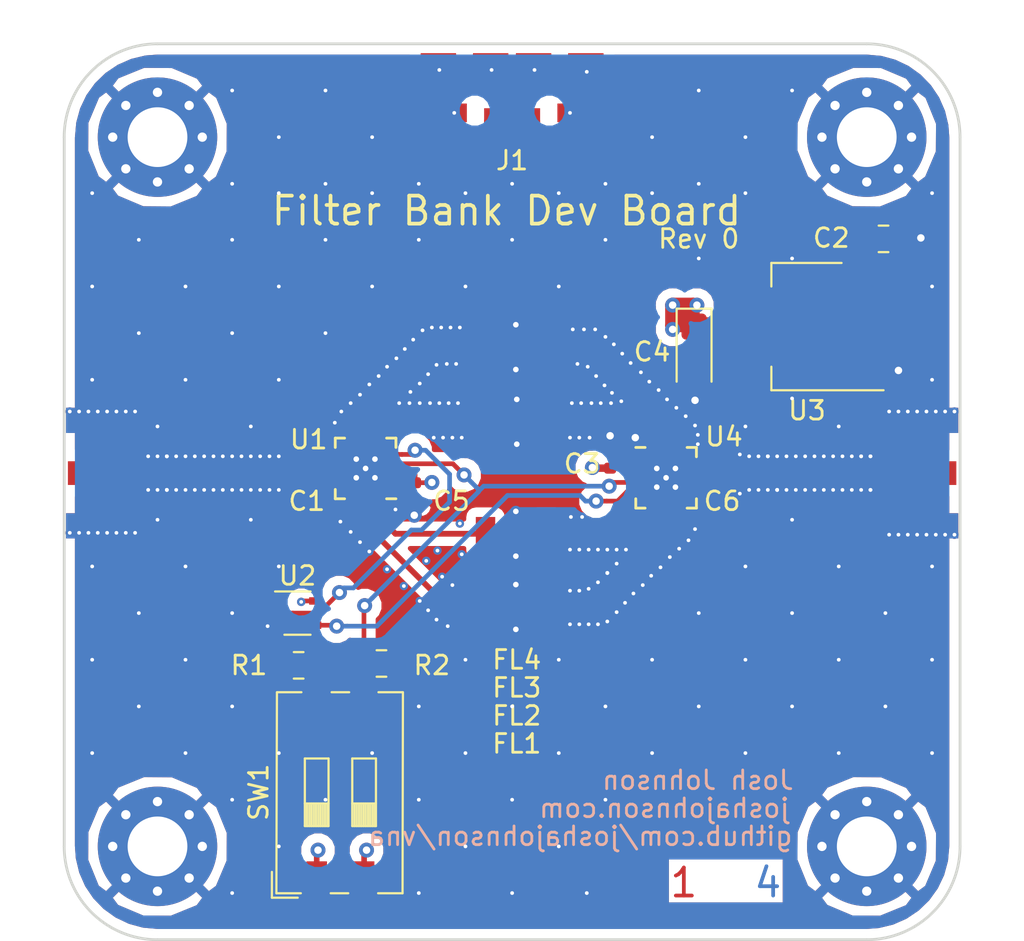
<source format=kicad_pcb>
(kicad_pcb (version 20171130) (host pcbnew "(5.0.2)-1")
  (title_block (title "Filter Bank Dev Board") (date 2019-01-05) (rev 0) (company "Josh Johnson"))
  (layers (0 F.Cu signal) (1 In1.Cu signal) (2 In2.Cu signal) (31 B.Cu signal) (34 B.Paste user) (35 F.Paste user) (36 B.SilkS user) (37 F.SilkS user) (38 B.Mask user) (39 F.Mask user) (44 Edge.Cuts user))
  (net 0 "")
  (net 1 "Net-(C1-Pad1)")
  (net 2 "Net-(C1-Pad2)")
  (net 3 +5V)
  (net 4 GND)
  (net 5 +3V3)
  (net 6 "Net-(C6-Pad2)")
  (net 7 "Net-(C6-Pad1)")
  (net 8 /SW_1_RF_1)
  (net 9 /SW_2_RF_1)
  (net 10 /SW_2_RF_2)
  (net 11 /SW_1_RF_2)
  (net 12 /SW_2_RF_3)
  (net 13 /SW_1_RF_3)
  (net 14 /SW_1_RF_4)
  (net 15 /SW_2_RF_4)
  (net 16 "Net-(J1-Pad3)")
  (net 17 "Net-(J1-Pad4)")
  (net 18 "Net-(J1-Pad2)")
  (net 19 /SW_1_CTRL_1)
  (net 20 /SW_1_CTRL_2)
  (net 21 "Net-(U1-Pad16)")
  (net 22 /SW_2_CTRL_1)
  (net 23 "Net-(U4-Pad16)")
  (module VNA_Footprints:QFN-16-1EP_3x3mm_P0.5mm_EP2.7x2.7mm_ThermalVias (layer F.Cu) (at 112.15 64.75 180)
    (fp_text reference U1 (at 3.05 1.55 180) (layer F.SilkS))
    (fp_text value PE42440)
    (pad 17 thru_hole circle (at -0.5 0.5 180) (size 0.6 0.6) (drill 0.3) (layers *.Cu) (net 4 GND))
    (pad 17 thru_hole circle (at 0.5 0.5 180) (size 0.6 0.6) (drill 0.3) (layers *.Cu) (net 4 GND))
    (pad 17 thru_hole circle (at 0.5 -0.5 180) (size 0.6 0.6) (drill 0.3) (layers *.Cu) (net 4 GND))
    (pad 17 thru_hole circle (at -0.5 -0.5 180) (size 0.6 0.6) (drill 0.3) (layers *.Cu) (net 4 GND))
    (pad 17 thru_hole circle (at 0 0 180) (size 0.6 0.6) (drill 0.3) (layers *.Cu) (net 4 GND))
    (pad 17 smd rect (at 0 0 180) (size 1.8 1.8) (layers F.Cu F.Mask) (net 4 GND))
    (pad 16 smd oval (at -0.75 -1.475 270) (size 0.75 0.3) (layers F.Cu F.Paste F.Mask) (net 21 "Net-(U1-Pad16)"))
    (pad 15 smd oval (at -0.25 -1.475 270) (size 0.75 0.3) (layers F.Cu F.Paste F.Mask) (net 11 /SW_1_RF_2))
    (pad 14 smd oval (at 0.25 -1.475 270) (size 0.75 0.3) (layers F.Cu F.Paste F.Mask) (net 4 GND))
    (pad 13 smd oval (at 0.75 -1.475 270) (size 0.75 0.3) (layers F.Cu F.Paste F.Mask) (net 8 /SW_1_RF_1))
    (pad 12 smd oval (at 1.475 -0.75 180) (size 0.75 0.3) (layers F.Cu F.Paste F.Mask) (net 4 GND))
    (pad 11 smd oval (at 1.475 -0.25 180) (size 0.75 0.3) (layers F.Cu F.Paste F.Mask) (net 1 "Net-(C1-Pad1)"))
    (pad 10 smd oval (at 1.475 0.25 180) (size 0.75 0.3) (layers F.Cu F.Paste F.Mask) (net 4 GND))
    (pad 9 smd oval (at 1.475 0.75 180) (size 0.75 0.3) (layers F.Cu F.Paste F.Mask) (net 4 GND))
    (pad 8 smd oval (at 0.75 1.475 270) (size 0.75 0.3) (layers F.Cu F.Paste F.Mask) (net 13 /SW_1_RF_3))
    (pad 7 smd oval (at 0.25 1.475 270) (size 0.75 0.3) (layers F.Cu F.Paste F.Mask) (net 4 GND))
    (pad 6 smd oval (at -0.25 1.475 270) (size 0.75 0.3) (layers F.Cu F.Paste F.Mask) (net 14 /SW_1_RF_4))
    (pad 5 smd oval (at -0.75 1.475 270) (size 0.75 0.3) (layers F.Cu F.Paste F.Mask) (net 4 GND))
    (pad 4 smd oval (at -1.475 0.75 180) (size 0.75 0.3) (layers F.Cu F.Paste F.Mask) (net 19 /SW_1_CTRL_1))
    (pad 3 smd oval (at -1.475 0.25 180) (size 0.75 0.3) (layers F.Cu F.Paste F.Mask) (net 20 /SW_1_CTRL_2))
    (pad 2 smd oval (at -1.475 -0.25 180) (size 0.75 0.3) (layers F.Cu F.Paste F.Mask) (net 5 +3V3))
    (pad 1 smd oval (at -1.475 -0.75 180) (size 0.75 0.3) (layers F.Cu F.Paste F.Mask) (net 4 GND))
  )
  (module VNA_Footprints:QFN-16-1EP_3x3mm_P0.5mm_EP2.7x2.7mm_ThermalVias (layer F.Cu) (at 128.25 65.25)
    (fp_text reference U4 (at 3.1 -2.2) (layer F.SilkS))
    (fp_text value PE42440)
    (pad 17 thru_hole circle (at -0.5 0.5) (size 0.6 0.6) (drill 0.3) (layers *.Cu) (net 4 GND))
    (pad 17 thru_hole circle (at 0.5 0.5) (size 0.6 0.6) (drill 0.3) (layers *.Cu) (net 4 GND))
    (pad 17 thru_hole circle (at 0.5 -0.5) (size 0.6 0.6) (drill 0.3) (layers *.Cu) (net 4 GND))
    (pad 17 thru_hole circle (at -0.5 -0.5) (size 0.6 0.6) (drill 0.3) (layers *.Cu) (net 4 GND))
    (pad 17 thru_hole circle (at 0 0) (size 0.6 0.6) (drill 0.3) (layers *.Cu) (net 4 GND))
    (pad 17 smd rect (at 0 0) (size 1.8 1.8) (layers F.Cu F.Mask) (net 4 GND))
    (pad 16 smd oval (at -0.75 -1.475 90) (size 0.75 0.3) (layers F.Cu F.Paste F.Mask) (net 23 "Net-(U4-Pad16)"))
    (pad 15 smd oval (at -0.25 -1.475 90) (size 0.75 0.3) (layers F.Cu F.Paste F.Mask) (net 10 /SW_2_RF_2))
    (pad 14 smd oval (at 0.25 -1.475 90) (size 0.75 0.3) (layers F.Cu F.Paste F.Mask) (net 4 GND))
    (pad 13 smd oval (at 0.75 -1.475 90) (size 0.75 0.3) (layers F.Cu F.Paste F.Mask) (net 9 /SW_2_RF_1))
    (pad 12 smd oval (at 1.475 -0.75) (size 0.75 0.3) (layers F.Cu F.Paste F.Mask) (net 4 GND))
    (pad 11 smd oval (at 1.475 -0.25) (size 0.75 0.3) (layers F.Cu F.Paste F.Mask) (net 6 "Net-(C6-Pad2)"))
    (pad 10 smd oval (at 1.475 0.25) (size 0.75 0.3) (layers F.Cu F.Paste F.Mask) (net 4 GND))
    (pad 9 smd oval (at 1.475 0.75) (size 0.75 0.3) (layers F.Cu F.Paste F.Mask) (net 4 GND))
    (pad 8 smd oval (at 0.75 1.475 90) (size 0.75 0.3) (layers F.Cu F.Paste F.Mask) (net 12 /SW_2_RF_3))
    (pad 7 smd oval (at 0.25 1.475 90) (size 0.75 0.3) (layers F.Cu F.Paste F.Mask) (net 4 GND))
    (pad 6 smd oval (at -0.25 1.475 90) (size 0.75 0.3) (layers F.Cu F.Paste F.Mask) (net 15 /SW_2_RF_4))
    (pad 5 smd oval (at -0.75 1.475 90) (size 0.75 0.3) (layers F.Cu F.Paste F.Mask) (net 4 GND))
    (pad 4 smd oval (at -1.475 0.75) (size 0.75 0.3) (layers F.Cu F.Paste F.Mask) (net 22 /SW_2_CTRL_1))
    (pad 3 smd oval (at -1.475 0.25) (size 0.75 0.3) (layers F.Cu F.Paste F.Mask) (net 20 /SW_1_CTRL_2))
    (pad 2 smd oval (at -1.475 -0.25) (size 0.75 0.3) (layers F.Cu F.Paste F.Mask) (net 5 +3V3))
    (pad 1 smd oval (at -1.475 -0.75) (size 0.75 0.3) (layers F.Cu F.Paste F.Mask) (net 4 GND))
  )
  (module VNA_Footprints:SW_DIP_SPSTx02_Slide_KAE02LGGR (layer F.Cu) (at 110.8 82.1)
    (fp_text reference SW1 (at -4.38 0 90) (layer F.SilkS))
    (fp_text value KAE02LGGR)
    (pad 4 smd rect (at -1.27 -4.45) (size 1.1 1.5) (layers F.Cu F.Mask) (net 19 /SW_1_CTRL_1))
    (pad 3 smd rect (at 1.27 -4.45) (size 1.1 1.5) (layers F.Cu F.Mask) (net 20 /SW_1_CTRL_2))
    (pad 2 smd rect (at 1.27 4.45) (size 1.1 1.5) (layers F.Cu F.Mask) (net 5 +3V3))
    (pad 1 smd rect (at -1.27 4.45) (size 1.1 1.5) (layers F.Cu F.Mask) (net 5 +3V3))
  )
  (module VNA_Footprints:FV1206 (layer F.Cu) (at 120.2 72.1725)
    (fp_text reference FL1 (at 0.05 7.3275) (layer F.SilkS))
    (fp_text value Filter_LFCN-105+)
    (pad 3 smd rect (at 1.625 0) (size 1.04 1.8) (layers F.Cu F.Paste F.Mask) (net 12 /SW_2_RF_3))
    (pad 1 smd rect (at -1.625 0) (size 1.04 1.8) (layers F.Cu F.Paste F.Mask) (net 8 /SW_1_RF_1))
    (pad 2 smd rect (at 0 -0.9225) (size 0.61 1.245) (layers F.Cu F.Paste F.Mask) (net 4 GND))
    (pad 4 smd rect (at 0 0.9225) (size 0.61 1.245) (layers F.Cu F.Paste F.Mask) (net 4 GND))
    (pad 4 thru_hole circle (at 0 1.2) (size 0.6 0.6) (drill 0.3) (layers *.Cu *.Mask) (net 4 GND))
    (pad 2 thru_hole circle (at 0 -1.2) (size 0.6 0.6) (drill 0.3) (layers *.Cu *.Mask) (net 4 GND))
  )
  (module VNA_Footprints:FV1206 (layer F.Cu) (at 120.2 68.25)
    (fp_text reference FL2 (at 0.05 9.75) (layer F.SilkS))
    (fp_text value Filter_LFCN-190+)
    (pad 3 smd rect (at 1.625 0) (size 1.04 1.8) (layers F.Cu F.Paste F.Mask) (net 15 /SW_2_RF_4))
    (pad 1 smd rect (at -1.625 0) (size 1.04 1.8) (layers F.Cu F.Paste F.Mask) (net 11 /SW_1_RF_2))
    (pad 2 smd rect (at 0 -0.9225) (size 0.61 1.245) (layers F.Cu F.Paste F.Mask) (net 4 GND))
    (pad 4 smd rect (at 0 0.9225) (size 0.61 1.245) (layers F.Cu F.Paste F.Mask) (net 4 GND))
    (pad 4 thru_hole circle (at 0 1.2) (size 0.6 0.6) (drill 0.3) (layers *.Cu *.Mask) (net 4 GND))
    (pad 2 thru_hole circle (at 0 -1.2) (size 0.6 0.6) (drill 0.3) (layers *.Cu *.Mask) (net 4 GND))
  )
  (module VNA_Footprints:FV1206 (layer F.Cu) (at 120.25 62.25)
    (fp_text reference FL3 (at 0 14.25) (layer F.SilkS))
    (fp_text value Filter_LFCN-1000+)
    (pad 3 smd rect (at 1.625 0) (size 1.04 1.8) (layers F.Cu F.Paste F.Mask) (net 10 /SW_2_RF_2))
    (pad 1 smd rect (at -1.625 0) (size 1.04 1.8) (layers F.Cu F.Paste F.Mask) (net 14 /SW_1_RF_4))
    (pad 2 smd rect (at 0 -0.9225) (size 0.61 1.245) (layers F.Cu F.Paste F.Mask) (net 4 GND))
    (pad 4 smd rect (at 0 0.9225) (size 0.61 1.245) (layers F.Cu F.Paste F.Mask) (net 4 GND))
    (pad 4 thru_hole circle (at 0 1.2) (size 0.6 0.6) (drill 0.3) (layers *.Cu *.Mask) (net 4 GND))
    (pad 2 thru_hole circle (at 0 -1.2) (size 0.6 0.6) (drill 0.3) (layers *.Cu *.Mask) (net 4 GND))
  )
  (module VNA_Footprints:FV1206 (layer F.Cu) (at 120.2 58.25)
    (fp_text reference FL4 (at 0.05 16.75) (layer F.SilkS))
    (fp_text value Filter_LFCN-400D+)
    (pad 3 smd rect (at 1.625 0) (size 1.04 1.8) (layers F.Cu F.Paste F.Mask) (net 9 /SW_2_RF_1))
    (pad 1 smd rect (at -1.625 0) (size 1.04 1.8) (layers F.Cu F.Paste F.Mask) (net 13 /SW_1_RF_3))
    (pad 2 smd rect (at 0 -0.9225) (size 0.61 1.245) (layers F.Cu F.Paste F.Mask) (net 4 GND))
    (pad 4 smd rect (at 0 0.9225) (size 0.61 1.245) (layers F.Cu F.Paste F.Mask) (net 4 GND))
    (pad 4 thru_hole circle (at 0 1.2) (size 0.6 0.6) (drill 0.3) (layers *.Cu *.Mask) (net 4 GND))
    (pad 2 thru_hole circle (at 0 -1.2) (size 0.6 0.6) (drill 0.3) (layers *.Cu *.Mask) (net 4 GND))
  )
  (module Capacitor_SMD:C_0805_2012Metric (layer F.Cu) (at 139.9 52.45)
    (fp_text reference C2 (at -2.8 -0.05) (layer F.SilkS))
    (fp_text value 10u)
    (pad 1 smd roundrect (at -0.9375 0) (size 0.975 1.4) (layers F.Cu F.Paste F.Mask) (net 3 +5V))
    (pad 2 smd roundrect (at 0.9375 0) (size 0.975 1.4) (layers F.Cu F.Paste F.Mask) (net 4 GND))
  )
  (module Capacitor_SMD:C_0402_1005Metric (layer F.Cu) (at 125.25 64.25 270)
    (fp_text reference C3 (at 0.25 1.5 180) (layer F.SilkS))
    (fp_text value 10n)
    (pad 1 smd roundrect (at -0.485 0 270) (size 0.59 0.64) (layers F.Cu F.Paste F.Mask) (net 4 GND))
    (pad 2 smd roundrect (at 0.485 0 270) (size 0.59 0.64) (layers F.Cu F.Paste F.Mask) (net 5 +3V3))
  )
  (module Capacitor_Tantalum_SMD:CP_EIA-3216-18_Kemet-A (layer F.Cu) (at 129.75 58.5 270)
    (fp_text reference C4 (at 0 2.25) (layer F.SilkS))
    (fp_text value 22u)
    (pad 1 smd roundrect (at -1.35 0 270) (size 1.4 1.35) (layers F.Cu F.Paste F.Mask) (roundrect_rratio 0.185) (net 5 +3V3))
    (pad 2 smd roundrect (at 1.35 0 270) (size 1.4 1.35) (layers F.Cu F.Paste F.Mask) (roundrect_rratio 0.185185) (net 4 GND))
  )
  (module Capacitor_SMD:C_0402_1005Metric (layer F.Cu) (at 114.8 66 90)
    (fp_text reference C5 (at -0.5 1.95 180) (layer F.SilkS))
    (fp_text value 10n)
    (pad 2 smd roundrect (at 0.485 0 90) (size 0.59 0.64) (layers F.Cu F.Paste F.Mask) (net 5 +3V3))
    (pad 1 smd roundrect (at -0.485 0 90) (size 0.59 0.64) (layers F.Cu F.Paste F.Mask) (net 4 GND))
  )
  (module MountingHole:MountingHole_3.2mm_M3_Pad_Via (layer F.Cu) (at 101 85)
    (fp_text reference H1)
    (fp_text value MountingHole_Pad)
    (pad 1 thru_hole circle (at 0 0) (size 6.4 6.4) (drill 3.2) (layers *.Cu *.Mask) (net 4 GND))
    (pad 1 thru_hole circle (at 2.4 0) (size 0.8 0.8) (drill 0.5) (layers *.Cu *.Mask) (net 4 GND))
    (pad 1 thru_hole circle (at 1.697056 1.697056) (size 0.8 0.8) (drill 0.5) (layers *.Cu *.Mask) (net 4 GND))
    (pad 1 thru_hole circle (at 0 2.4) (size 0.8 0.8) (drill 0.5) (layers *.Cu *.Mask) (net 4 GND))
    (pad 1 thru_hole circle (at -1.697056 1.697056) (size 0.8 0.8) (drill 0.5) (layers *.Cu *.Mask) (net 4 GND))
    (pad 1 thru_hole circle (at -2.4 0) (size 0.8 0.8) (drill 0.5) (layers *.Cu *.Mask) (net 4 GND))
    (pad 1 thru_hole circle (at -1.697056 -1.697056) (size 0.8 0.8) (drill 0.5) (layers *.Cu *.Mask) (net 4 GND))
    (pad 1 thru_hole circle (at 0 -2.4) (size 0.8 0.8) (drill 0.5) (layers *.Cu *.Mask) (net 4 GND))
    (pad 1 thru_hole circle (at 1.697056 -1.697056) (size 0.8 0.8) (drill 0.5) (layers *.Cu *.Mask) (net 4 GND))
  )
  (module MountingHole:MountingHole_3.2mm_M3_Pad_Via (layer F.Cu) (at 139 47)
    (fp_text reference H2)
    (fp_text value MountingHole_Pad)
    (pad 1 thru_hole circle (at 1.697056 -1.697056) (size 0.8 0.8) (drill 0.5) (layers *.Cu *.Mask) (net 4 GND))
    (pad 1 thru_hole circle (at 0 -2.4) (size 0.8 0.8) (drill 0.5) (layers *.Cu *.Mask) (net 4 GND))
    (pad 1 thru_hole circle (at -1.697056 -1.697056) (size 0.8 0.8) (drill 0.5) (layers *.Cu *.Mask) (net 4 GND))
    (pad 1 thru_hole circle (at -2.4 0) (size 0.8 0.8) (drill 0.5) (layers *.Cu *.Mask) (net 4 GND))
    (pad 1 thru_hole circle (at -1.697056 1.697056) (size 0.8 0.8) (drill 0.5) (layers *.Cu *.Mask) (net 4 GND))
    (pad 1 thru_hole circle (at 0 2.4) (size 0.8 0.8) (drill 0.5) (layers *.Cu *.Mask) (net 4 GND))
    (pad 1 thru_hole circle (at 1.697056 1.697056) (size 0.8 0.8) (drill 0.5) (layers *.Cu *.Mask) (net 4 GND))
    (pad 1 thru_hole circle (at 2.4 0) (size 0.8 0.8) (drill 0.5) (layers *.Cu *.Mask) (net 4 GND))
    (pad 1 thru_hole circle (at 0 0) (size 6.4 6.4) (drill 3.2) (layers *.Cu *.Mask) (net 4 GND))
  )
  (module MountingHole:MountingHole_3.2mm_M3_Pad_Via (layer F.Cu) (at 101 47)
    (fp_text reference H3)
    (fp_text value MountingHole_Pad)
    (pad 1 thru_hole circle (at 0 0) (size 6.4 6.4) (drill 3.2) (layers *.Cu *.Mask) (net 4 GND))
    (pad 1 thru_hole circle (at 2.4 0) (size 0.8 0.8) (drill 0.5) (layers *.Cu *.Mask) (net 4 GND))
    (pad 1 thru_hole circle (at 1.697056 1.697056) (size 0.8 0.8) (drill 0.5) (layers *.Cu *.Mask) (net 4 GND))
    (pad 1 thru_hole circle (at 0 2.4) (size 0.8 0.8) (drill 0.5) (layers *.Cu *.Mask) (net 4 GND))
    (pad 1 thru_hole circle (at -1.697056 1.697056) (size 0.8 0.8) (drill 0.5) (layers *.Cu *.Mask) (net 4 GND))
    (pad 1 thru_hole circle (at -2.4 0) (size 0.8 0.8) (drill 0.5) (layers *.Cu *.Mask) (net 4 GND))
    (pad 1 thru_hole circle (at -1.697056 -1.697056) (size 0.8 0.8) (drill 0.5) (layers *.Cu *.Mask) (net 4 GND))
    (pad 1 thru_hole circle (at 0 -2.4) (size 0.8 0.8) (drill 0.5) (layers *.Cu *.Mask) (net 4 GND))
    (pad 1 thru_hole circle (at 1.697056 -1.697056) (size 0.8 0.8) (drill 0.5) (layers *.Cu *.Mask) (net 4 GND))
  )
  (module MountingHole:MountingHole_3.2mm_M3_Pad_Via (layer F.Cu) (at 139 85)
    (fp_text reference H4)
    (fp_text value MountingHole_Pad)
    (pad 1 thru_hole circle (at 1.697056 -1.697056) (size 0.8 0.8) (drill 0.5) (layers *.Cu *.Mask) (net 4 GND))
    (pad 1 thru_hole circle (at 0 -2.4) (size 0.8 0.8) (drill 0.5) (layers *.Cu *.Mask) (net 4 GND))
    (pad 1 thru_hole circle (at -1.697056 -1.697056) (size 0.8 0.8) (drill 0.5) (layers *.Cu *.Mask) (net 4 GND))
    (pad 1 thru_hole circle (at -2.4 0) (size 0.8 0.8) (drill 0.5) (layers *.Cu *.Mask) (net 4 GND))
    (pad 1 thru_hole circle (at -1.697056 1.697056) (size 0.8 0.8) (drill 0.5) (layers *.Cu *.Mask) (net 4 GND))
    (pad 1 thru_hole circle (at 0 2.4) (size 0.8 0.8) (drill 0.5) (layers *.Cu *.Mask) (net 4 GND))
    (pad 1 thru_hole circle (at 1.697056 1.697056) (size 0.8 0.8) (drill 0.5) (layers *.Cu *.Mask) (net 4 GND))
    (pad 1 thru_hole circle (at 2.4 0) (size 0.8 0.8) (drill 0.5) (layers *.Cu *.Mask) (net 4 GND))
    (pad 1 thru_hole circle (at 0 0) (size 6.4 6.4) (drill 3.2) (layers *.Cu *.Mask) (net 4 GND))
  )
  (module VNA_Footprints:MicroUSB_Aliexpress (layer F.Cu) (at 120 42 180)
    (fp_text reference J1 (at 0 -6.25 180) (layer F.SilkS))
    (fp_text value USB_B_Micro)
    (pad 6 smd rect (at 1.15 -1.45 180) (size 1.9 1.9) (layers F.Cu F.Paste F.Mask) (net 4 GND))
    (pad 6 smd rect (at -1.15 -1.45 180) (size 1.9 1.9) (layers F.Cu F.Paste F.Mask) (net 4 GND))
    (pad 6 smd rect (at -3.95 -1.45 180) (size 1.9 1.9) (layers F.Cu F.Paste F.Mask) (net 4 GND))
    (pad 6 smd rect (at 3.95 -1.45 180) (size 1.9 1.9) (layers F.Cu F.Paste F.Mask) (net 4 GND))
    (pad 6 smd rect (at 3.1 -3.7 180) (size 1.35 1) (layers F.Cu F.Paste F.Mask) (net 4 GND))
    (pad 6 smd rect (at -3.1 -3.7 180) (size 1.35 1) (layers F.Cu F.Paste F.Mask) (net 4 GND))
    (pad 3 smd rect (at 0 -4.125 180) (size 0.4 1.35) (layers F.Cu F.Paste F.Mask) (net 16 "Net-(J1-Pad3)"))
    (pad "" np_thru_hole circle (at -2 -3.58 180) (size 0.6 0.6) (drill 0.6) (layers *.Cu *.Mask))
    (pad "" np_thru_hole circle (at 2 -3.58 180) (size 0.6 0.6) (drill 0.6) (layers *.Cu *.Mask))
    (pad 5 smd rect (at 1.3 -4.125 180) (size 0.4 1.35) (layers F.Cu F.Paste F.Mask) (net 4 GND))
    (pad 4 smd rect (at 0.65 -4.125 180) (size 0.4 1.35) (layers F.Cu F.Paste F.Mask) (net 17 "Net-(J1-Pad4)"))
    (pad 1 smd rect (at -1.3 -4.125 180) (size 0.4 1.35) (layers F.Cu F.Paste F.Mask) (net 3 +5V))
    (pad 2 smd rect (at -0.65 -4.125 180) (size 0.4 1.35) (layers F.Cu F.Paste F.Mask) (net 18 "Net-(J1-Pad2)"))
  )
  (module VNA_Footprints:SMA_EDGE_MOUNT (layer F.Cu) (at 98.2 65 180)
    (fp_text reference J2)
    (fp_text value "RF IN")
    (pad 2 smd rect (at 0 2.825 270) (size 1.35 4.2) (layers B.Cu B.Mask) (net 4 GND))
    (pad 2 smd rect (at 0 -2.825 270) (size 1.35 4.2) (layers B.Cu B.Mask) (net 4 GND))
    (pad 2 smd rect (at 0 2.825 270) (size 1.35 4.2) (layers F.Cu F.Mask) (net 4 GND))
    (pad 2 smd rect (at 0 -2.825 270) (size 1.35 4.2) (layers F.Cu F.Mask) (net 4 GND))
    (pad 1 smd rect (at 0.2 0 270) (size 1.27 3.6) (layers F.Cu F.Mask) (net 2 "Net-(C1-Pad2)"))
  )
  (module VNA_Footprints:SMA_EDGE_MOUNT (layer F.Cu) (at 141.8 65)
    (fp_text reference J3)
    (fp_text value "RF OUT")
    (pad 1 smd rect (at 0.2 0 90) (size 1.27 3.6) (layers F.Cu F.Mask) (net 7 "Net-(C6-Pad1)"))
    (pad 2 smd rect (at 0 -2.825 90) (size 1.35 4.2) (layers F.Cu F.Mask) (net 4 GND))
    (pad 2 smd rect (at 0 2.825 90) (size 1.35 4.2) (layers F.Cu F.Mask) (net 4 GND))
    (pad 2 smd rect (at 0 -2.825 90) (size 1.35 4.2) (layers B.Cu B.Mask) (net 4 GND))
    (pad 2 smd rect (at 0 2.825 90) (size 1.35 4.2) (layers B.Cu B.Mask) (net 4 GND))
  )
  (module Resistor_SMD:R_0805_2012Metric (layer F.Cu) (at 108.5625 75.3 180)
    (fp_text reference R1 (at 2.6625 0 180) (layer F.SilkS))
    (fp_text value 10k)
    (pad 1 smd roundrect (at -0.9375 0 180) (size 0.975 1.4) (layers F.Cu F.Paste F.Mask) (net 19 /SW_1_CTRL_1))
    (pad 2 smd roundrect (at 0.9375 0 180) (size 0.975 1.4) (layers F.Cu F.Paste F.Mask) (net 4 GND))
  )
  (module Resistor_SMD:R_0805_2012Metric (layer F.Cu) (at 113 75.2)
    (fp_text reference R2 (at 2.7 0.1) (layer F.SilkS))
    (fp_text value 10k)
    (pad 2 smd roundrect (at 0.9375 0) (size 0.975 1.4) (layers F.Cu F.Paste F.Mask) (net 4 GND))
    (pad 1 smd roundrect (at -0.9375 0) (size 0.975 1.4) (layers F.Cu F.Paste F.Mask) (net 20 /SW_1_CTRL_2))
  )
  (module Package_TO_SOT_SMD:SOT-353_SC-70-5 (layer F.Cu) (at 108.5 72.5)
    (fp_text reference U2 (at 0 -2) (layer F.SilkS))
    (fp_text value 74AHC1G04)
    (pad 1 smd rect (at -0.95 -0.65) (size 0.65 0.4) (layers F.Cu F.Paste F.Mask))
    (pad 3 smd rect (at -0.95 0.65) (size 0.65 0.4) (layers F.Cu F.Paste F.Mask) (net 4 GND))
    (pad 2 smd rect (at -0.95 0) (size 0.65 0.4) (layers F.Cu F.Paste F.Mask) (net 19 /SW_1_CTRL_1))
    (pad 4 smd rect (at 0.95 0.65) (size 0.65 0.4) (layers F.Cu F.Paste F.Mask) (net 22 /SW_2_CTRL_1))
    (pad 5 smd rect (at 0.95 -0.65) (size 0.65 0.4) (layers F.Cu F.Paste F.Mask) (net 5 +3V3))
  )
  (module Package_TO_SOT_SMD:SOT-223-3_TabPin2 (layer F.Cu) (at 135.8 57.15 180)
    (fp_text reference U3 (at 0 -4.5 180) (layer F.SilkS))
    (fp_text value AMS1117-3.3)
    (pad 2 smd rect (at 3.15 0 180) (size 2 3.8) (layers F.Cu F.Paste F.Mask) (net 5 +3V3))
    (pad 2 smd rect (at -3.15 0 180) (size 2 1.5) (layers F.Cu F.Paste F.Mask) (net 5 +3V3))
    (pad 3 smd rect (at -3.15 2.3 180) (size 2 1.5) (layers F.Cu F.Paste F.Mask) (net 3 +5V))
    (pad 1 smd rect (at -3.15 -2.3 180) (size 2 1.5) (layers F.Cu F.Paste F.Mask) (net 4 GND))
  )
  (module Capacitor_SMD:C_0402_1005Metric (layer F.Cu) (at 108.95 65 180)
    (fp_text reference C1 (at -0.05 -1.5 180) (layer F.SilkS))
    (fp_text value 1n)
    (pad 2 smd roundrect (at 0.485 0 180) (size 0.59 0.64) (layers F.Cu F.Paste F.Mask) (net 2 "Net-(C1-Pad2)"))
    (pad 1 smd roundrect (at -0.485 0 180) (size 0.59 0.64) (layers F.Cu F.Paste F.Mask) (net 1 "Net-(C1-Pad1)"))
  )
  (module Capacitor_SMD:C_0402_1005Metric (layer F.Cu) (at 131.45 65 180)
    (fp_text reference C6 (at 0.2 -1.5 180) (layer F.SilkS))
    (fp_text value 1n)
    (pad 1 smd roundrect (at -0.485 0 180) (size 0.59 0.64) (layers F.Cu F.Paste F.Mask) (net 7 "Net-(C6-Pad1)"))
    (pad 2 smd roundrect (at 0.485 0 180) (size 0.59 0.64) (layers F.Cu F.Paste F.Mask) (net 6 "Net-(C6-Pad2)"))
  )
  (module VNA_Footprints:BoardTitle (layer F.Cu) (at 118.7 47.7)
    (fp_text reference REF**)
    (fp_text value "Board Title")
    (fp_text user "Rev 0" (at 11.3 4.75) (layer F.SilkS))
    (fp_text user "Filter Bank Dev Board" (at 1 3.25) (layer F.SilkS) (effects (font (size 1.5 1.5) (thickness 0.2))))
  )
  (module VNA_Footprints:4LayerCheck (layer F.Cu) (at 131.7 86.95)
    (fp_text reference REF**)
    (fp_text value 4LayerCheck)
    (fp_text user 4 (at 2 0) (layer B.Cu) (effects (font (size 1.5 1.5) (thickness 0.2))))
    (fp_text user 1 (at -2.5 0) (layer F.Cu) (effects (font (size 1.5 1.5) (thickness 0.2))))
  )
  (module VNA_Footprints:JoshDetails (layer B.Cu) (at 130.15 82.45 180)
    (fp_text reference REF**)
    (fp_text value "Josh Details")
    (fp_text user github.com/joshajohnson/vna (at 6.5 -2 180) (layer B.SilkS) (effects (justify mirror)))
    (fp_text user joshajohnson.com (at 2 -0.5 180) (layer B.SilkS) (effects (justify mirror)))
    (fp_text user "Josh Johnson" (at 0.2 1) (layer B.SilkS) (effects (justify mirror)))
  )
  (module VNA_Footprints:OSHW_Logo_3.6x3.6_F.Mask (layer F.Cu) (at 126.25 86.85)
    (fp_text reference G*** hide)
    (fp_text value LOGO hide)
  )
  (gr_line (start 139 90) (end 101 90) (layer Edge.Cuts) (width 0.15))
  (gr_arc (start 139 85) (end 139 90) (angle -90) (layer Edge.Cuts) (width 0.15))
  (gr_arc (start 101 85) (end 96 85) (angle -90) (layer Edge.Cuts) (width 0.15))
  (gr_arc (start 101 47) (end 101 42) (angle -90) (layer Edge.Cuts) (width 0.15))
  (gr_arc (start 139 47) (end 144 47) (angle -90) (layer Edge.Cuts) (width 0.15))
  (gr_line (start 144 47) (end 144 85) (layer Edge.Cuts) (width 0.15))
  (gr_line (start 96 85) (end 96 47) (layer Edge.Cuts) (width 0.15))
  (gr_line (start 101 42) (end 139 42) (layer Edge.Cuts) (width 0.15))
  (segment (start 110.675 65) (end 110.05 65) (width 0.25) (layer F.Cu) (net 1))
  (segment (start 109.435 65) (end 110.05 65) (width 0.31) (layer F.Cu) (net 1))
  (segment (start 106.310402 65) (end 108.465 65) (width 0.31) (layer F.Cu) (net 2))
  (segment (start 98 65) (end 106.310402 65) (width 0.31) (layer F.Cu) (net 2))
  (segment (start 139.05 54.75) (end 138.95 54.85) (width 0.8) (layer F.Cu) (net 3))
  (segment (start 138.95 52.4375) (end 139.0375 52.35) (width 0.8) (layer F.Cu) (net 3))
  (segment (start 138.95 54.85) (end 138.95 52.4375) (width 0.8) (layer F.Cu) (net 3))
  (segment (start 121.3 46.125) (end 121.3 47.1) (width 0.4) (layer F.Cu) (net 3))
  (segment (start 122.2 48.4) (end 122.4 48.6) (width 0.5) (layer F.Cu) (net 3))
  (segment (start 121.3 47.1) (end 121.3 47.5) (width 0.5) (layer F.Cu) (net 3))
  (segment (start 121.3 47.5) (end 122.2 48.4) (width 0.5) (layer F.Cu) (net 3))
  (segment (start 137 52.45) (end 138.9625 52.45) (width 0.5) (layer F.Cu) (net 3))
  (segment (start 136.15 52.45) (end 137 52.45) (width 0.5) (layer F.Cu) (net 3))
  (segment (start 132.5 48.8) (end 136.15 52.45) (width 0.5) (layer F.Cu) (net 3))
  (segment (start 122.6 48.8) (end 132.5 48.8) (width 0.5) (layer F.Cu) (net 3))
  (segment (start 122.2 48.4) (end 122.6 48.8) (width 0.5) (layer F.Cu) (net 3))
  (via (at 123.1 45.7) (size 0.45) (drill 0.2) (layers F.Cu B.Cu) (net 4))
  (via (at 116.9 45.7) (size 0.45) (drill 0.2) (layers F.Cu B.Cu) (net 4))
  (via (at 116.1 43.4) (size 0.45) (drill 0.2) (layers F.Cu B.Cu) (net 4))
  (via (at 118.9 43.4) (size 0.45) (drill 0.2) (layers F.Cu B.Cu) (net 4))
  (via (at 121.2 43.4) (size 0.45) (drill 0.2) (layers F.Cu B.Cu) (net 4))
  (via (at 124 43.5) (size 0.45) (drill 0.2) (layers F.Cu B.Cu) (net 4))
  (via (at 99.8 61.7) (size 0.45) (drill 0.2) (layers F.Cu B.Cu) (net 4))
  (via (at 99.3 61.7) (size 0.45) (drill 0.2) (layers F.Cu B.Cu) (net 4))
  (via (at 98.8 61.7) (size 0.45) (drill 0.2) (layers F.Cu B.Cu) (net 4))
  (via (at 98.3 61.7) (size 0.45) (drill 0.2) (layers F.Cu B.Cu) (net 4))
  (via (at 97.8 61.7) (size 0.45) (drill 0.2) (layers F.Cu B.Cu) (net 4))
  (via (at 97.3 61.7) (size 0.45) (drill 0.2) (layers F.Cu B.Cu) (net 4))
  (via (at 96.8 61.7) (size 0.45) (drill 0.2) (layers F.Cu B.Cu) (net 4))
  (via (at 96.3 61.7) (size 0.45) (drill 0.2) (layers F.Cu B.Cu) (net 4))
  (segment (start 128.5 65) (end 128.25 65.25) (width 0.2) (layer F.Cu) (net 4))
  (segment (start 128.5 63.775) (end 128.5 65) (width 0.2) (layer F.Cu) (net 4))
  (segment (start 127.5 64.5) (end 128.25 65.25) (width 0.2) (layer F.Cu) (net 4))
  (segment (start 126.775 64.5) (end 127.5 64.5) (width 0.2) (layer F.Cu) (net 4))
  (segment (start 127.5 66) (end 127.75 65.75) (width 0.2) (layer F.Cu) (net 4))
  (segment (start 127.5 66.725) (end 127.5 66) (width 0.2) (layer F.Cu) (net 4))
  (segment (start 128.5 66.725) (end 128.5 65.5) (width 0.2) (layer F.Cu) (net 4))
  (segment (start 129 66) (end 128.25 65.25) (width 0.2) (layer F.Cu) (net 4))
  (segment (start 129.725 66) (end 129 66) (width 0.2) (layer F.Cu) (net 4))
  (segment (start 128.5 65.5) (end 128.25 65.25) (width 0.2) (layer F.Cu) (net 4))
  (segment (start 129.725 65.5) (end 128.5 65.5) (width 0.2) (layer F.Cu) (net 4))
  (segment (start 129 64.5) (end 128.25 65.25) (width 0.2) (layer F.Cu) (net 4))
  (segment (start 129.725 64.5) (end 129 64.5) (width 0.2) (layer F.Cu) (net 4))
  (via (at 129.8 61.1) (size 0.8) (drill 0.4) (layers F.Cu B.Cu) (net 4))
  (segment (start 129.75 59.85) (end 129.75 61.05) (width 0.4) (layer F.Cu) (net 4))
  (segment (start 129.75 61.05) (end 129.8 61.1) (width 0.4) (layer F.Cu) (net 4))
  (via (at 106.9 73.2) (size 0.45) (drill 0.2) (layers F.Cu B.Cu) (net 4))
  (segment (start 107.55 73.15) (end 106.95 73.15) (width 0.25) (layer F.Cu) (net 4))
  (segment (start 106.95 73.15) (end 106.9 73.2) (width 0.25) (layer F.Cu) (net 4))
  (via (at 140.2 61.7) (size 0.45) (drill 0.2) (layers F.Cu B.Cu) (net 4))
  (via (at 140.7 61.7) (size 0.45) (drill 0.2) (layers F.Cu B.Cu) (net 4))
  (via (at 143.7 61.7) (size 0.45) (drill 0.2) (layers F.Cu B.Cu) (net 4))
  (via (at 141.7 61.7) (size 0.45) (drill 0.2) (layers F.Cu B.Cu) (net 4))
  (via (at 142.2 61.7) (size 0.45) (drill 0.2) (layers F.Cu B.Cu) (net 4))
  (via (at 143.2 61.7) (size 0.45) (drill 0.2) (layers F.Cu B.Cu) (net 4))
  (via (at 142.7 61.7) (size 0.45) (drill 0.2) (layers F.Cu B.Cu) (net 4))
  (via (at 141.2 61.7) (size 0.45) (drill 0.2) (layers F.Cu B.Cu) (net 4))
  (via (at 98.3 68.2) (size 0.45) (drill 0.2) (layers F.Cu B.Cu) (net 4))
  (via (at 99.8 68.2) (size 0.45) (drill 0.2) (layers F.Cu B.Cu) (net 4))
  (via (at 96.8 68.2) (size 0.45) (drill 0.2) (layers F.Cu B.Cu) (net 4))
  (via (at 97.3 68.2) (size 0.45) (drill 0.2) (layers F.Cu B.Cu) (net 4))
  (via (at 99.3 68.2) (size 0.45) (drill 0.2) (layers F.Cu B.Cu) (net 4))
  (via (at 98.8 68.2) (size 0.45) (drill 0.2) (layers F.Cu B.Cu) (net 4))
  (via (at 96.3 68.2) (size 0.45) (drill 0.2) (layers F.Cu B.Cu) (net 4))
  (via (at 97.8 68.2) (size 0.45) (drill 0.2) (layers F.Cu B.Cu) (net 4))
  (via (at 142.2 68.3) (size 0.45) (drill 0.2) (layers F.Cu B.Cu) (net 4))
  (via (at 143.7 68.3) (size 0.45) (drill 0.2) (layers F.Cu B.Cu) (net 4))
  (via (at 140.7 68.3) (size 0.45) (drill 0.2) (layers F.Cu B.Cu) (net 4))
  (via (at 141.2 68.3) (size 0.45) (drill 0.2) (layers F.Cu B.Cu) (net 4))
  (via (at 143.2 68.3) (size 0.45) (drill 0.2) (layers F.Cu B.Cu) (net 4))
  (via (at 142.7 68.3) (size 0.45) (drill 0.2) (layers F.Cu B.Cu) (net 4))
  (via (at 140.2 68.3) (size 0.45) (drill 0.2) (layers F.Cu B.Cu) (net 4))
  (via (at 141.7 68.3) (size 0.45) (drill 0.2) (layers F.Cu B.Cu) (net 4))
  (via (at 140.7 59.5) (size 0.8) (drill 0.4) (layers F.Cu B.Cu) (net 4))
  (segment (start 138.95 59.45) (end 140.65 59.45) (width 0.8) (layer F.Cu) (net 4))
  (segment (start 140.65 59.45) (end 140.7 59.5) (width 0.8) (layer F.Cu) (net 4))
  (via (at 141.9 52.4) (size 0.8) (drill 0.4) (layers F.Cu B.Cu) (net 4))
  (segment (start 140.8375 52.45) (end 141.85 52.45) (width 0.25) (layer F.Cu) (net 4))
  (segment (start 111.9 63.275) (end 111.9 64.5) (width 0.2) (layer F.Cu) (net 4))
  (segment (start 112.9 64) (end 112.15 64.75) (width 0.2) (layer F.Cu) (net 4))
  (segment (start 112.9 63.275) (end 112.9 64) (width 0.2) (layer F.Cu) (net 4))
  (segment (start 112.9 65.5) (end 112.15 64.75) (width 0.2) (layer F.Cu) (net 4))
  (segment (start 113.625 65.5) (end 112.9 65.5) (width 0.2) (layer F.Cu) (net 4))
  (segment (start 111.4 65.5) (end 112.15 64.75) (width 0.2) (layer F.Cu) (net 4))
  (segment (start 110.675 65.5) (end 111.4 65.5) (width 0.2) (layer F.Cu) (net 4))
  (segment (start 111.9 64.5) (end 112.15 64.75) (width 0.2) (layer F.Cu) (net 4))
  (segment (start 110.675 64.5) (end 111.9 64.5) (width 0.2) (layer F.Cu) (net 4))
  (segment (start 111.4 64) (end 112.15 64.75) (width 0.2) (layer F.Cu) (net 4))
  (segment (start 110.675 64) (end 111.4 64) (width 0.2) (layer F.Cu) (net 4))
  (segment (start 118.7 46.125) (end 118.7 48.1) (width 0.4) (layer F.Cu) (net 4))
  (segment (start 111.9 65.5) (end 111.65 65.25) (width 0.25) (layer F.Cu) (net 4))
  (segment (start 111.9 66.225) (end 111.9 65.5) (width 0.25) (layer F.Cu) (net 4))
  (via (at 132.7 64.1) (size 0.45) (drill 0.2) (layers F.Cu B.Cu) (net 4))
  (via (at 133.2 64.1) (size 0.45) (drill 0.2) (layers F.Cu B.Cu) (net 4))
  (via (at 133.7 64.1) (size 0.45) (drill 0.2) (layers F.Cu B.Cu) (net 4))
  (via (at 133.7 64.1) (size 0.45) (drill 0.2) (layers F.Cu B.Cu) (net 4))
  (via (at 133.7 64.1) (size 0.45) (drill 0.2) (layers F.Cu B.Cu) (net 4))
  (via (at 134.2 64.1) (size 0.45) (drill 0.2) (layers F.Cu B.Cu) (net 4))
  (via (at 134.7 64.1) (size 0.45) (drill 0.2) (layers F.Cu B.Cu) (net 4))
  (via (at 135.2 64.1) (size 0.45) (drill 0.2) (layers F.Cu B.Cu) (net 4))
  (via (at 135.7 64.1) (size 0.45) (drill 0.2) (layers F.Cu B.Cu) (net 4))
  (via (at 136.2 64.1) (size 0.45) (drill 0.2) (layers F.Cu B.Cu) (net 4))
  (via (at 136.7 64.1) (size 0.45) (drill 0.2) (layers F.Cu B.Cu) (net 4))
  (via (at 137.2 64.1) (size 0.45) (drill 0.2) (layers F.Cu B.Cu) (net 4))
  (via (at 137.7 64.1) (size 0.45) (drill 0.2) (layers F.Cu B.Cu) (net 4))
  (via (at 138.2 64.1) (size 0.45) (drill 0.2) (layers F.Cu B.Cu) (net 4))
  (via (at 138.7 64.1) (size 0.45) (drill 0.2) (layers F.Cu B.Cu) (net 4))
  (via (at 139.2 64.1) (size 0.45) (drill 0.2) (layers F.Cu B.Cu) (net 4))
  (via (at 138.7 64.1) (size 0.45) (drill 0.2) (layers F.Cu B.Cu) (net 4))
  (via (at 139.2 64.1) (size 0.45) (drill 0.2) (layers F.Cu B.Cu) (net 4))
  (via (at 132.7 65.9) (size 0.45) (drill 0.2) (layers F.Cu B.Cu) (net 4))
  (via (at 133.7 65.9) (size 0.45) (drill 0.2) (layers F.Cu B.Cu) (net 4))
  (via (at 134.7 65.9) (size 0.45) (drill 0.2) (layers F.Cu B.Cu) (net 4))
  (via (at 134.2 65.9) (size 0.45) (drill 0.2) (layers F.Cu B.Cu) (net 4))
  (via (at 134.2 65.9) (size 0.45) (drill 0.2) (layers F.Cu B.Cu) (net 4))
  (via (at 137.7 65.9) (size 0.45) (drill 0.2) (layers F.Cu B.Cu) (net 4))
  (via (at 138.2 65.9) (size 0.45) (drill 0.2) (layers F.Cu B.Cu) (net 4))
  (via (at 135.2 65.9) (size 0.45) (drill 0.2) (layers F.Cu B.Cu) (net 4))
  (via (at 134.2 65.9) (size 0.45) (drill 0.2) (layers F.Cu B.Cu) (net 4))
  (via (at 137.2 65.9) (size 0.45) (drill 0.2) (layers F.Cu B.Cu) (net 4))
  (via (at 136.7 65.9) (size 0.45) (drill 0.2) (layers F.Cu B.Cu) (net 4))
  (via (at 139.2 65.9) (size 0.45) (drill 0.2) (layers F.Cu B.Cu) (net 4))
  (via (at 138.7 65.9) (size 0.45) (drill 0.2) (layers F.Cu B.Cu) (net 4))
  (via (at 136.2 65.9) (size 0.45) (drill 0.2) (layers F.Cu B.Cu) (net 4))
  (via (at 135.7 65.9) (size 0.45) (drill 0.2) (layers F.Cu B.Cu) (net 4))
  (via (at 139.2 65.9) (size 0.45) (drill 0.2) (layers F.Cu B.Cu) (net 4))
  (via (at 101.5 65.9) (size 0.45) (drill 0.2) (layers F.Cu B.Cu) (net 4))
  (via (at 102 65.9) (size 0.45) (drill 0.2) (layers F.Cu B.Cu) (net 4))
  (via (at 104.5 65.9) (size 0.45) (drill 0.2) (layers F.Cu B.Cu) (net 4))
  (via (at 101 65.9) (size 0.45) (drill 0.2) (layers F.Cu B.Cu) (net 4))
  (via (at 106.5 65.9) (size 0.45) (drill 0.2) (layers F.Cu B.Cu) (net 4))
  (via (at 105.5 65.9) (size 0.45) (drill 0.2) (layers F.Cu B.Cu) (net 4))
  (via (at 106 65.9) (size 0.45) (drill 0.2) (layers F.Cu B.Cu) (net 4))
  (via (at 102.5 65.9) (size 0.45) (drill 0.2) (layers F.Cu B.Cu) (net 4))
  (via (at 101.5 65.9) (size 0.45) (drill 0.2) (layers F.Cu B.Cu) (net 4))
  (via (at 100.5 65.9) (size 0.45) (drill 0.2) (layers F.Cu B.Cu) (net 4))
  (via (at 105 65.9) (size 0.45) (drill 0.2) (layers F.Cu B.Cu) (net 4))
  (via (at 103.5 65.9) (size 0.45) (drill 0.2) (layers F.Cu B.Cu) (net 4))
  (via (at 101.5 65.9) (size 0.45) (drill 0.2) (layers F.Cu B.Cu) (net 4))
  (via (at 103 65.9) (size 0.45) (drill 0.2) (layers F.Cu B.Cu) (net 4))
  (via (at 104 65.9) (size 0.45) (drill 0.2) (layers F.Cu B.Cu) (net 4))
  (via (at 101.5 64.1) (size 0.45) (drill 0.2) (layers F.Cu B.Cu) (net 4))
  (via (at 102.5 64.1) (size 0.45) (drill 0.2) (layers F.Cu B.Cu) (net 4))
  (via (at 101.5 64.1) (size 0.45) (drill 0.2) (layers F.Cu B.Cu) (net 4))
  (via (at 101 64.1) (size 0.45) (drill 0.2) (layers F.Cu B.Cu) (net 4))
  (via (at 106 64.1) (size 0.45) (drill 0.2) (layers F.Cu B.Cu) (net 4))
  (via (at 101.5 64.1) (size 0.45) (drill 0.2) (layers F.Cu B.Cu) (net 4))
  (via (at 100.5 64.1) (size 0.45) (drill 0.2) (layers F.Cu B.Cu) (net 4))
  (via (at 105 64.1) (size 0.45) (drill 0.2) (layers F.Cu B.Cu) (net 4))
  (via (at 103.5 64.1) (size 0.45) (drill 0.2) (layers F.Cu B.Cu) (net 4))
  (via (at 104 64.1) (size 0.45) (drill 0.2) (layers F.Cu B.Cu) (net 4))
  (via (at 106.5 64.1) (size 0.45) (drill 0.2) (layers F.Cu B.Cu) (net 4))
  (via (at 104.5 64.1) (size 0.45) (drill 0.2) (layers F.Cu B.Cu) (net 4))
  (via (at 103 64.1) (size 0.45) (drill 0.2) (layers F.Cu B.Cu) (net 4))
  (via (at 105.5 64.1) (size 0.45) (drill 0.2) (layers F.Cu B.Cu) (net 4))
  (via (at 102 64.1) (size 0.45) (drill 0.2) (layers F.Cu B.Cu) (net 4))
  (via (at 132.2 64) (size 0.45) (drill 0.2) (layers F.Cu B.Cu) (net 4))
  (via (at 132.2 66.1) (size 0.45) (drill 0.2) (layers F.Cu B.Cu) (net 4))
  (via (at 117.2 57.2) (size 0.45) (drill 0.2) (layers F.Cu B.Cu) (net 4))
  (via (at 116.7 57.2) (size 0.45) (drill 0.2) (layers F.Cu B.Cu) (net 4))
  (via (at 116.2 57.2) (size 0.45) (drill 0.2) (layers F.Cu B.Cu) (net 4))
  (via (at 115.7 57.2) (size 0.45) (drill 0.2) (layers F.Cu B.Cu) (net 4))
  (via (at 115.2 57.35) (size 0.45) (drill 0.2) (layers F.Cu B.Cu) (net 4))
  (via (at 114.7 57.85) (size 0.45) (drill 0.2) (layers F.Cu B.Cu) (net 4))
  (via (at 114.25 58.35) (size 0.45) (drill 0.2) (layers F.Cu B.Cu) (net 4))
  (via (at 113.8 58.85) (size 0.45) (drill 0.2) (layers F.Cu B.Cu) (net 4))
  (via (at 113.3 59.3) (size 0.45) (drill 0.2) (layers F.Cu B.Cu) (net 4))
  (via (at 112.85 59.8) (size 0.45) (drill 0.2) (layers F.Cu B.Cu) (net 4))
  (via (at 112.35 60.25) (size 0.45) (drill 0.2) (layers F.Cu B.Cu) (net 4))
  (via (at 111.85 60.8) (size 0.45) (drill 0.2) (layers F.Cu B.Cu) (net 4))
  (via (at 111.35 61.25) (size 0.45) (drill 0.2) (layers F.Cu B.Cu) (net 4))
  (via (at 110.85 61.7) (size 0.45) (drill 0.2) (layers F.Cu B.Cu) (net 4))
  (via (at 110.5 62.3) (size 0.45) (drill 0.2) (layers F.Cu B.Cu) (net 4))
  (via (at 113.95 61.25) (size 0.45) (drill 0.2) (layers F.Cu B.Cu) (net 4))
  (via (at 114.5 61.25) (size 0.45) (drill 0.2) (layers F.Cu B.Cu) (net 4))
  (via (at 115.05 61.25) (size 0.45) (drill 0.2) (layers F.Cu B.Cu) (net 4))
  (via (at 115.6 61.25) (size 0.45) (drill 0.2) (layers F.Cu B.Cu) (net 4))
  (via (at 116.1 61.25) (size 0.45) (drill 0.2) (layers F.Cu B.Cu) (net 4))
  (via (at 116.6 61.25) (size 0.45) (drill 0.2) (layers F.Cu B.Cu) (net 4))
  (via (at 117.1 61.25) (size 0.45) (drill 0.2) (layers F.Cu B.Cu) (net 4))
  (via (at 115.8 63.1) (size 0.45) (drill 0.2) (layers F.Cu B.Cu) (net 4))
  (via (at 116.3 63.1) (size 0.45) (drill 0.2) (layers F.Cu B.Cu) (net 4))
  (via (at 116.8 63.1) (size 0.45) (drill 0.2) (layers F.Cu B.Cu) (net 4))
  (via (at 117.3 63.1) (size 0.45) (drill 0.2) (layers F.Cu B.Cu) (net 4))
  (via (at 113.75 66.95) (size 0.45) (drill 0.2) (layers F.Cu B.Cu) (net 4))
  (via (at 116.25 70.55) (size 0.45) (drill 0.2) (layers F.Cu B.Cu) (net 4))
  (via (at 116.8 71) (size 0.45) (drill 0.2) (layers F.Cu B.Cu) (net 4))
  (via (at 123.75 67.35) (size 0.45) (drill 0.2) (layers F.Cu B.Cu) (net 4))
  (via (at 123.15 67.35) (size 0.45) (drill 0.2) (layers F.Cu B.Cu) (net 4))
  (via (at 123.6 69.1) (size 0.45) (drill 0.2) (layers F.Cu B.Cu) (net 4))
  (via (at 124.1 69.1) (size 0.45) (drill 0.2) (layers F.Cu B.Cu) (net 4))
  (via (at 124.6 69.1) (size 0.45) (drill 0.2) (layers F.Cu B.Cu) (net 4))
  (via (at 125.1 69.1) (size 0.45) (drill 0.2) (layers F.Cu B.Cu) (net 4))
  (via (at 125.6 69.1) (size 0.45) (drill 0.2) (layers F.Cu B.Cu) (net 4))
  (via (at 126.1 69.1) (size 0.45) (drill 0.2) (layers F.Cu B.Cu) (net 4))
  (via (at 123.1 69.1) (size 0.45) (drill 0.2) (layers F.Cu B.Cu) (net 4))
  (via (at 123.1 71.3) (size 0.45) (drill 0.2) (layers F.Cu B.Cu) (net 4))
  (via (at 123.6 71.3) (size 0.45) (drill 0.2) (layers F.Cu B.Cu) (net 4))
  (via (at 124.1 71.2) (size 0.45) (drill 0.2) (layers F.Cu B.Cu) (net 4))
  (via (at 124.6 70.85) (size 0.45) (drill 0.2) (layers F.Cu B.Cu) (net 4))
  (via (at 125.1 70.35) (size 0.45) (drill 0.2) (layers F.Cu B.Cu) (net 4))
  (via (at 125.1 70.35) (size 0.45) (drill 0.2) (layers F.Cu B.Cu) (net 4))
  (via (at 125.1 70.35) (size 0.45) (drill 0.2) (layers F.Cu B.Cu) (net 4))
  (via (at 125.6 69.85) (size 0.45) (drill 0.2) (layers F.Cu B.Cu) (net 4))
  (via (at 112.35 69.2) (size 0.45) (drill 0.2) (layers F.Cu B.Cu) (net 4))
  (via (at 115.05 71.85) (size 0.45) (drill 0.2) (layers F.Cu B.Cu) (net 4))
  (via (at 115.95 72.85) (size 0.45) (drill 0.2) (layers F.Cu B.Cu) (net 4))
  (via (at 116.55 73.2) (size 0.45) (drill 0.2) (layers F.Cu B.Cu) (net 4))
  (via (at 115.5 72.35) (size 0.45) (drill 0.2) (layers F.Cu B.Cu) (net 4))
  (via (at 113.3 70.15) (size 0.45) (drill 0.2) (layers F.Cu B.Cu) (net 4))
  (via (at 110.8 67.6) (size 0.45) (drill 0.2) (layers F.Cu B.Cu) (net 4))
  (via (at 111.35 68.15) (size 0.45) (drill 0.2) (layers F.Cu B.Cu) (net 4))
  (via (at 111.85 68.7) (size 0.45) (drill 0.2) (layers F.Cu B.Cu) (net 4))
  (via (at 124.95 60.3) (size 0.45) (drill 0.2) (layers F.Cu B.Cu) (net 4))
  (via (at 125.85 61.15) (size 0.45) (drill 0.2) (layers F.Cu B.Cu) (net 4))
  (via (at 124.5 59.8) (size 0.45) (drill 0.2) (layers F.Cu B.Cu) (net 4))
  (via (at 125.35 60.7) (size 0.45) (drill 0.2) (layers F.Cu B.Cu) (net 4))
  (via (at 124.05 59.3) (size 0.45) (drill 0.2) (layers F.Cu B.Cu) (net 4))
  (via (at 124.1 73.1) (size 0.45) (drill 0.2) (layers F.Cu B.Cu) (net 4))
  (via (at 125.6 72.45) (size 0.45) (drill 0.2) (layers F.Cu B.Cu) (net 4))
  (via (at 127.45 70.5) (size 0.45) (drill 0.2) (layers F.Cu B.Cu) (net 4))
  (via (at 123.6 73.1) (size 0.45) (drill 0.2) (layers F.Cu B.Cu) (net 4))
  (via (at 128.45 69.5) (size 0.45) (drill 0.2) (layers F.Cu B.Cu) (net 4))
  (via (at 125.1 72.95) (size 0.45) (drill 0.2) (layers F.Cu B.Cu) (net 4))
  (via (at 129.45 68.6) (size 0.45) (drill 0.2) (layers F.Cu B.Cu) (net 4))
  (via (at 129.8 68) (size 0.45) (drill 0.2) (layers F.Cu B.Cu) (net 4))
  (via (at 128.95 69.05) (size 0.45) (drill 0.2) (layers F.Cu B.Cu) (net 4))
  (via (at 126.05 71.95) (size 0.45) (drill 0.2) (layers F.Cu B.Cu) (net 4))
  (via (at 123.1 73.1) (size 0.45) (drill 0.2) (layers F.Cu B.Cu) (net 4))
  (via (at 127.95 70.05) (size 0.45) (drill 0.2) (layers F.Cu B.Cu) (net 4))
  (via (at 124.6 73.1) (size 0.45) (drill 0.2) (layers F.Cu B.Cu) (net 4))
  (via (at 126.5 71.45) (size 0.45) (drill 0.2) (layers F.Cu B.Cu) (net 4))
  (via (at 127 71) (size 0.45) (drill 0.2) (layers F.Cu B.Cu) (net 4))
  (via (at 129.95 63.45) (size 0.45) (drill 0.2) (layers F.Cu B.Cu) (net 4))
  (via (at 125.9 58.6) (size 0.45) (drill 0.2) (layers F.Cu B.Cu) (net 4))
  (via (at 129.95 62.95) (size 0.45) (drill 0.2) (layers F.Cu B.Cu) (net 4))
  (via (at 127.85 60.55) (size 0.45) (drill 0.2) (layers F.Cu B.Cu) (net 4))
  (via (at 128.3 61.05) (size 0.45) (drill 0.2) (layers F.Cu B.Cu) (net 4))
  (via (at 125 57.7) (size 0.45) (drill 0.2) (layers F.Cu B.Cu) (net 4))
  (via (at 129.3 61.95) (size 0.45) (drill 0.2) (layers F.Cu B.Cu) (net 4))
  (via (at 126.35 59.1) (size 0.45) (drill 0.2) (layers F.Cu B.Cu) (net 4))
  (via (at 128.8 61.5) (size 0.45) (drill 0.2) (layers F.Cu B.Cu) (net 4))
  (via (at 126.9 59.6) (size 0.45) (drill 0.2) (layers F.Cu B.Cu) (net 4))
  (via (at 125.45 58.1) (size 0.45) (drill 0.2) (layers F.Cu B.Cu) (net 4))
  (via (at 129.8 62.45) (size 0.45) (drill 0.2) (layers F.Cu B.Cu) (net 4))
  (via (at 127.35 60.1) (size 0.45) (drill 0.2) (layers F.Cu B.Cu) (net 4))
  (via (at 123.25 57.3) (size 0.45) (drill 0.2) (layers F.Cu B.Cu) (net 4))
  (via (at 123.85 57.3) (size 0.45) (drill 0.2) (layers F.Cu B.Cu) (net 4))
  (via (at 124.45 57.3) (size 0.45) (drill 0.2) (layers F.Cu B.Cu) (net 4))
  (via (at 123.5 59.15) (size 0.45) (drill 0.2) (layers F.Cu B.Cu) (net 4))
  (via (at 123.1 63.1) (size 0.45) (drill 0.2) (layers F.Cu B.Cu) (net 4))
  (via (at 123.6 63.1) (size 0.45) (drill 0.2) (layers F.Cu B.Cu) (net 4))
  (via (at 124.15 63.1) (size 0.45) (drill 0.2) (layers F.Cu B.Cu) (net 4))
  (via (at 115.95 59.2) (size 0.45) (drill 0.2) (layers F.Cu B.Cu) (net 4))
  (via (at 115.5 59.7) (size 0.45) (drill 0.2) (layers F.Cu B.Cu) (net 4))
  (via (at 115.05 60.2) (size 0.45) (drill 0.2) (layers F.Cu B.Cu) (net 4))
  (via (at 114.55 60.65) (size 0.45) (drill 0.2) (layers F.Cu B.Cu) (net 4))
  (via (at 116.5 59.15) (size 0.45) (drill 0.2) (layers F.Cu B.Cu) (net 4))
  (via (at 117 59.15) (size 0.45) (drill 0.2) (layers F.Cu B.Cu) (net 4))
  (via (at 114.2 71.05) (size 0.45) (drill 0.2) (layers F.Cu B.Cu) (net 4))
  (via (at 115.4 69.7) (size 0.45) (drill 0.2) (layers F.Cu B.Cu) (net 4))
  (via (at 116 69.15) (size 0.45) (drill 0.2) (layers F.Cu B.Cu) (net 4))
  (via (at 117.3 69.35) (size 0.45) (drill 0.2) (layers F.Cu B.Cu) (net 4))
  (via (at 114.758051 67.258051) (size 0.8) (drill 0.4) (layers F.Cu B.Cu) (net 4))
  (segment (start 114.8 67.216102) (end 114.758051 67.258051) (width 0.25) (layer F.Cu) (net 4))
  (segment (start 114.8 66.485) (end 114.8 67.216102) (width 0.25) (layer F.Cu) (net 4))
  (via (at 123.2 61.25) (size 0.45) (drill 0.2) (layers F.Cu B.Cu) (net 4))
  (via (at 123.7 61.25) (size 0.45) (drill 0.2) (layers F.Cu B.Cu) (net 4))
  (via (at 124.25 61.25) (size 0.45) (drill 0.2) (layers F.Cu B.Cu) (net 4))
  (via (at 124.75 61.25) (size 0.45) (drill 0.2) (layers F.Cu B.Cu) (net 4))
  (via (at 125.3 61.25) (size 0.45) (drill 0.2) (layers F.Cu B.Cu) (net 4))
  (segment (start 125.25 63.765) (end 125.25 63.25) (width 0.25) (layer F.Cu) (net 4))
  (via (at 125.25 63) (size 0.8) (drill 0.4) (layers F.Cu B.Cu) (net 4))
  (segment (start 125.25 63.25) (end 125.25 63) (width 0.25) (layer F.Cu) (net 4))
  (via (at 126.6 63.1) (size 0.8) (drill 0.4) (layers F.Cu B.Cu) (net 4))
  (via (at 105 44.5) (size 0.45) (drill 0.2) (layers F.Cu B.Cu) (net 4))
  (via (at 110 44.5) (size 0.45) (drill 0.2) (layers F.Cu B.Cu) (net 4))
  (via (at 107.5 47) (size 0.45) (drill 0.2) (layers F.Cu B.Cu) (net 4))
  (via (at 107.5 50) (size 0.45) (drill 0.2) (layers F.Cu B.Cu) (net 4))
  (via (at 107.5 55) (size 0.45) (drill 0.2) (layers F.Cu B.Cu) (net 4))
  (via (at 107.5 60) (size 0.45) (drill 0.2) (layers F.Cu B.Cu) (net 4))
  (via (at 105 49.5) (size 0.45) (drill 0.2) (layers F.Cu B.Cu) (net 4))
  (via (at 110 49.5) (size 0.45) (drill 0.2) (layers F.Cu B.Cu) (net 4))
  (via (at 115 49.5) (size 0.45) (drill 0.2) (layers F.Cu B.Cu) (net 4))
  (via (at 112.5 47) (size 0.45) (drill 0.2) (layers F.Cu B.Cu) (net 4))
  (via (at 120 49.5) (size 0.45) (drill 0.2) (layers F.Cu B.Cu) (net 4))
  (via (at 125 49.5) (size 0.45) (drill 0.2) (layers F.Cu B.Cu) (net 4))
  (via (at 130 49.5) (size 0.45) (drill 0.2) (layers F.Cu B.Cu) (net 4))
  (via (at 130 53.5) (size 0.45) (drill 0.2) (layers F.Cu B.Cu) (net 4))
  (via (at 125 52.5) (size 0.45) (drill 0.2) (layers F.Cu B.Cu) (net 4))
  (via (at 120 52.5) (size 0.45) (drill 0.2) (layers F.Cu B.Cu) (net 4))
  (via (at 115 52.5) (size 0.45) (drill 0.2) (layers F.Cu B.Cu) (net 4))
  (via (at 110 52.5) (size 0.45) (drill 0.2) (layers F.Cu B.Cu) (net 4))
  (via (at 105 52.5) (size 0.45) (drill 0.2) (layers F.Cu B.Cu) (net 4))
  (via (at 100 52.5) (size 0.45) (drill 0.2) (layers F.Cu B.Cu) (net 4))
  (via (at 100 57.5) (size 0.45) (drill 0.2) (layers F.Cu B.Cu) (net 4))
  (via (at 105 57.5) (size 0.45) (drill 0.2) (layers F.Cu B.Cu) (net 4))
  (via (at 110 57.5) (size 0.45) (drill 0.2) (layers F.Cu B.Cu) (net 4))
  (via (at 112.5 55) (size 0.45) (drill 0.2) (layers F.Cu B.Cu) (net 4))
  (via (at 117.5 50) (size 0.45) (drill 0.2) (layers F.Cu B.Cu) (net 4))
  (via (at 112.5 50) (size 0.45) (drill 0.2) (layers F.Cu B.Cu) (net 4))
  (via (at 97.5 55) (size 0.45) (drill 0.2) (layers F.Cu B.Cu) (net 4))
  (via (at 97.5 50) (size 0.45) (drill 0.2) (layers F.Cu B.Cu) (net 4))
  (via (at 97.5 60) (size 0.45) (drill 0.2) (layers F.Cu B.Cu) (net 4))
  (via (at 102.5 55) (size 0.45) (drill 0.2) (layers F.Cu B.Cu) (net 4))
  (via (at 102.5 60) (size 0.45) (drill 0.2) (layers F.Cu B.Cu) (net 4))
  (via (at 106 62.5) (size 0.45) (drill 0.2) (layers F.Cu B.Cu) (net 4))
  (via (at 122.5 50) (size 0.45) (drill 0.2) (layers F.Cu B.Cu) (net 4))
  (via (at 127.5 50) (size 0.45) (drill 0.2) (layers F.Cu B.Cu) (net 4))
  (via (at 132.5 50) (size 0.45) (drill 0.2) (layers F.Cu B.Cu) (net 4))
  (via (at 122.5 55) (size 0.45) (drill 0.2) (layers F.Cu B.Cu) (net 4))
  (via (at 117.5 55) (size 0.45) (drill 0.2) (layers F.Cu B.Cu) (net 4))
  (via (at 132.5 47) (size 0.45) (drill 0.2) (layers F.Cu B.Cu) (net 4))
  (via (at 135 44.5) (size 0.45) (drill 0.2) (layers F.Cu B.Cu) (net 4))
  (via (at 130 44.5) (size 0.45) (drill 0.2) (layers F.Cu B.Cu) (net 4))
  (via (at 127.5 47) (size 0.45) (drill 0.2) (layers F.Cu B.Cu) (net 4))
  (via (at 135 53.5) (size 0.45) (drill 0.2) (layers F.Cu B.Cu) (net 4))
  (via (at 135 61) (size 0.45) (drill 0.2) (layers F.Cu B.Cu) (net 4))
  (via (at 137.5 62.5) (size 0.45) (drill 0.2) (layers F.Cu B.Cu) (net 4))
  (via (at 132.5 62.5) (size 0.45) (drill 0.2) (layers F.Cu B.Cu) (net 4))
  (via (at 101 62.5) (size 0.45) (drill 0.2) (layers F.Cu B.Cu) (net 4))
  (via (at 101 67.5) (size 0.45) (drill 0.2) (layers F.Cu B.Cu) (net 4))
  (via (at 100 72.5) (size 0.45) (drill 0.2) (layers F.Cu B.Cu) (net 4))
  (via (at 100 77.5) (size 0.45) (drill 0.2) (layers F.Cu B.Cu) (net 4))
  (via (at 97.5 75) (size 0.45) (drill 0.2) (layers F.Cu B.Cu) (net 4))
  (via (at 97.5 70) (size 0.45) (drill 0.2) (layers F.Cu B.Cu) (net 4))
  (via (at 102.5 70) (size 0.45) (drill 0.2) (layers F.Cu B.Cu) (net 4))
  (via (at 107.5 70) (size 0.45) (drill 0.2) (layers F.Cu B.Cu) (net 4))
  (via (at 102.5 75) (size 0.45) (drill 0.2) (layers F.Cu B.Cu) (net 4))
  (via (at 106 67.5) (size 0.45) (drill 0.2) (layers F.Cu B.Cu) (net 4))
  (via (at 105 72.5) (size 0.45) (drill 0.2) (layers F.Cu B.Cu) (net 4))
  (via (at 105 77.5) (size 0.45) (drill 0.2) (layers F.Cu B.Cu) (net 4))
  (via (at 105 82.5) (size 0.45) (drill 0.2) (layers F.Cu B.Cu) (net 4))
  (via (at 102.5 80) (size 0.45) (drill 0.2) (layers F.Cu B.Cu) (net 4))
  (via (at 110 82.5) (size 0.45) (drill 0.2) (layers F.Cu B.Cu) (net 4))
  (via (at 115 82.5) (size 0.45) (drill 0.2) (layers F.Cu B.Cu) (net 4))
  (via (at 120 82.5) (size 0.45) (drill 0.2) (layers F.Cu B.Cu) (net 4))
  (via (at 125 82.5) (size 0.45) (drill 0.2) (layers F.Cu B.Cu) (net 4))
  (via (at 135 77.5) (size 0.45) (drill 0.2) (layers F.Cu B.Cu) (net 4))
  (via (at 135 72.5) (size 0.45) (drill 0.2) (layers F.Cu B.Cu) (net 4))
  (via (at 135 67.5) (size 0.45) (drill 0.2) (layers F.Cu B.Cu) (net 4))
  (via (at 132.5 70) (size 0.45) (drill 0.2) (layers F.Cu B.Cu) (net 4))
  (via (at 137.5 70) (size 0.45) (drill 0.2) (layers F.Cu B.Cu) (net 4))
  (via (at 142.5 70) (size 0.45) (drill 0.2) (layers F.Cu B.Cu) (net 4))
  (via (at 142.5 75) (size 0.45) (drill 0.2) (layers F.Cu B.Cu) (net 4))
  (via (at 142.5 80) (size 0.45) (drill 0.2) (layers F.Cu B.Cu) (net 4))
  (via (at 140 77.5) (size 0.45) (drill 0.2) (layers F.Cu B.Cu) (net 4))
  (via (at 140 72.5) (size 0.45) (drill 0.2) (layers F.Cu B.Cu) (net 4))
  (via (at 137.5 75) (size 0.45) (drill 0.2) (layers F.Cu B.Cu) (net 4))
  (via (at 137.5 80) (size 0.45) (drill 0.2) (layers F.Cu B.Cu) (net 4))
  (via (at 132.5 80) (size 0.45) (drill 0.2) (layers F.Cu B.Cu) (net 4))
  (via (at 132.5 75) (size 0.45) (drill 0.2) (layers F.Cu B.Cu) (net 4))
  (via (at 130 72.5) (size 0.45) (drill 0.2) (layers F.Cu B.Cu) (net 4))
  (via (at 130 77.5) (size 0.45) (drill 0.2) (layers F.Cu B.Cu) (net 4))
  (via (at 127.5 80) (size 0.45) (drill 0.2) (layers F.Cu B.Cu) (net 4))
  (via (at 127.5 75) (size 0.45) (drill 0.2) (layers F.Cu B.Cu) (net 4))
  (via (at 125 77.5) (size 0.45) (drill 0.2) (layers F.Cu B.Cu) (net 4))
  (via (at 122.5 75) (size 0.45) (drill 0.2) (layers F.Cu B.Cu) (net 4))
  (via (at 122.5 80) (size 0.45) (drill 0.2) (layers F.Cu B.Cu) (net 4))
  (via (at 122.5 85) (size 0.45) (drill 0.2) (layers F.Cu B.Cu) (net 4))
  (via (at 117.5 85) (size 0.45) (drill 0.2) (layers F.Cu B.Cu) (net 4))
  (via (at 117.5 80) (size 0.45) (drill 0.2) (layers F.Cu B.Cu) (net 4))
  (via (at 117.5 75) (size 0.45) (drill 0.2) (layers F.Cu B.Cu) (net 4))
  (via (at 120 77.5) (size 0.45) (drill 0.2) (layers F.Cu B.Cu) (net 4))
  (via (at 124 87.5) (size 0.45) (drill 0.2) (layers F.Cu B.Cu) (net 4))
  (via (at 120 87.5) (size 0.45) (drill 0.2) (layers F.Cu B.Cu) (net 4))
  (via (at 115 87.5) (size 0.45) (drill 0.2) (layers F.Cu B.Cu) (net 4))
  (via (at 107.5 80) (size 0.45) (drill 0.2) (layers F.Cu B.Cu) (net 4))
  (via (at 107.5 85) (size 0.45) (drill 0.2) (layers F.Cu B.Cu) (net 4))
  (via (at 112.5 80) (size 0.45) (drill 0.2) (layers F.Cu B.Cu) (net 4))
  (via (at 115 77.5) (size 0.45) (drill 0.2) (layers F.Cu B.Cu) (net 4))
  (via (at 97.5 80) (size 0.45) (drill 0.2) (layers F.Cu B.Cu) (net 4))
  (via (at 105 87.5) (size 0.45) (drill 0.2) (layers F.Cu B.Cu) (net 4))
  (via (at 142.5 60) (size 0.45) (drill 0.2) (layers F.Cu B.Cu) (net 4))
  (via (at 142.5 55) (size 0.45) (drill 0.2) (layers F.Cu B.Cu) (net 4))
  (via (at 142.5 50) (size 0.45) (drill 0.2) (layers F.Cu B.Cu) (net 4))
  (via (at 107 64.1) (size 0.45) (drill 0.2) (layers F.Cu B.Cu) (net 4))
  (via (at 107.5 64.1) (size 0.45) (drill 0.2) (layers F.Cu B.Cu) (net 4))
  (via (at 107.5 65.9) (size 0.45) (drill 0.2) (layers F.Cu B.Cu) (net 4))
  (via (at 107 65.9) (size 0.45) (drill 0.2) (layers F.Cu B.Cu) (net 4))
  (via (at 133.2 65.9) (size 0.45) (drill 0.2) (layers F.Cu B.Cu) (net 4))
  (via (at 117.2 67.7) (size 0.45) (drill 0.2) (layers F.Cu B.Cu) (net 4))
  (segment (start 129.75 57.15) (end 132.65 57.15) (width 1) (layer F.Cu) (net 5))
  (segment (start 138.95 57.15) (end 132.65 57.15) (width 1) (layer F.Cu) (net 5))
  (segment (start 114.785 65.5) (end 114.8 65.515) (width 0.25) (layer F.Cu) (net 5))
  (via (at 129.9 56) (size 0.8) (drill 0.4) (layers F.Cu B.Cu) (net 5))
  (segment (start 129.75 57.15) (end 129.75 55.95) (width 0.6) (layer F.Cu) (net 5))
  (segment (start 129.75 55.95) (end 129.7 55.9) (width 0.6) (layer F.Cu) (net 5))
  (via (at 128.6 57.3) (size 0.8) (drill 0.4) (layers F.Cu B.Cu) (net 5))
  (segment (start 129.75 57.15) (end 128.55 57.15) (width 0.6) (layer F.Cu) (net 5))
  (segment (start 128.55 57.15) (end 128.5 57.1) (width 0.6) (layer F.Cu) (net 5))
  (segment (start 128.5 56) (end 128.5 56) (width 0.6) (layer F.Cu) (net 5))
  (segment (start 129.7 55.9) (end 128.6 55.9) (width 0.6) (layer F.Cu) (net 5))
  (segment (start 128.6 55.9) (end 128.5 56) (width 0.6) (layer F.Cu) (net 5))
  (segment (start 128.5 56) (end 128.5 57.1) (width 0.6) (layer F.Cu) (net 5))
  (via (at 128.6 56) (size 0.8) (drill 0.4) (layers F.Cu B.Cu) (net 5))
  (via (at 109.6 85.2) (size 0.8) (drill 0.4) (layers F.Cu B.Cu) (net 5))
  (segment (start 109.53 86.55) (end 109.53 85.27) (width 0.3) (layer F.Cu) (net 5))
  (segment (start 109.53 85.27) (end 109.6 85.2) (width 0.3) (layer F.Cu) (net 5))
  (via (at 112.2 85.2) (size 0.8) (drill 0.4) (layers F.Cu B.Cu) (net 5))
  (segment (start 112.07 86.55) (end 112.07 85.33) (width 0.3) (layer F.Cu) (net 5))
  (segment (start 112.07 85.33) (end 112.2 85.2) (width 0.3) (layer F.Cu) (net 5))
  (via (at 108.7 71.9) (size 0.45) (drill 0.2) (layers F.Cu B.Cu) (net 5))
  (segment (start 109.45 71.85) (end 108.75 71.85) (width 0.25) (layer F.Cu) (net 5))
  (segment (start 108.75 71.85) (end 108.7 71.9) (width 0.25) (layer F.Cu) (net 5))
  (via (at 115.7 65.5) (size 0.8) (drill 0.4) (layers F.Cu B.Cu) (net 5))
  (segment (start 114.8 65.515) (end 115.685 65.515) (width 0.25) (layer F.Cu) (net 5))
  (segment (start 115.685 65.515) (end 115.7 65.5) (width 0.25) (layer F.Cu) (net 5))
  (segment (start 126.76 65.015) (end 126.775 65) (width 0.25) (layer F.Cu) (net 5))
  (segment (start 126.3 65) (end 126.775 65) (width 0.25) (layer F.Cu) (net 5))
  (segment (start 114.8 65.1) (end 114.8 65.515) (width 0.25) (layer F.Cu) (net 5))
  (segment (start 113.625 65) (end 114.7 65) (width 0.25) (layer F.Cu) (net 5))
  (segment (start 114.7 65) (end 114.8 65.1) (width 0.25) (layer F.Cu) (net 5))
  (segment (start 126.035 64.735) (end 125.25 64.735) (width 0.25) (layer F.Cu) (net 5))
  (segment (start 126.3 65) (end 126.035 64.735) (width 0.25) (layer F.Cu) (net 5))
  (via (at 124.3 64.7) (size 0.8) (drill 0.4) (layers F.Cu B.Cu) (net 5))
  (segment (start 125.25 64.735) (end 124.335 64.735) (width 0.4) (layer F.Cu) (net 5))
  (segment (start 124.335 64.735) (end 124.3 64.7) (width 0.4) (layer F.Cu) (net 5))
  (segment (start 129.725 65) (end 130.3 65) (width 0.25) (layer F.Cu) (net 6))
  (segment (start 130.3 65) (end 130.965 65) (width 0.31) (layer F.Cu) (net 6))
  (segment (start 131.935 65) (end 142 65) (width 0.31) (layer F.Cu) (net 7))
  (segment (start 111.4 66.225) (end 111.4 66.8) (width 0.25) (layer F.Cu) (net 8))
  (segment (start 116.5725 72.1725) (end 118.575 72.1725) (width 0.31) (layer F.Cu) (net 8))
  (segment (start 111.4 66.8) (end 111.4 67) (width 0.31) (layer F.Cu) (net 8))
  (segment (start 111.4 67) (end 116.5725 72.1725) (width 0.31) (layer F.Cu) (net 8))
  (segment (start 129 63.775) (end 129 63.25) (width 0.25) (layer F.Cu) (net 9))
  (segment (start 124.2 58.2) (end 121.825 58.2) (width 0.31) (layer F.Cu) (net 9))
  (segment (start 129.00501 63.00501) (end 124.2 58.2) (width 0.31) (layer F.Cu) (net 9))
  (segment (start 129 63.25) (end 129.00501 63.24499) (width 0.31) (layer F.Cu) (net 9))
  (segment (start 129.00501 63.24499) (end 129.00501 63.00501) (width 0.31) (layer F.Cu) (net 9))
  (segment (start 128 63.775) (end 128 63.25) (width 0.25) (layer F.Cu) (net 10))
  (segment (start 127.05 62.2) (end 121.825 62.2) (width 0.31) (layer F.Cu) (net 10))
  (segment (start 128 63.25) (end 128 63.15) (width 0.31) (layer F.Cu) (net 10))
  (segment (start 128 63.15) (end 127.05 62.2) (width 0.31) (layer F.Cu) (net 10))
  (segment (start 112.4 66.225) (end 112.4 66.8) (width 0.25) (layer F.Cu) (net 11))
  (segment (start 113.75 68.25) (end 118.575 68.25) (width 0.31) (layer F.Cu) (net 11))
  (segment (start 112.4 66.8) (end 112.4 66.9) (width 0.31) (layer F.Cu) (net 11))
  (segment (start 112.4 66.9) (end 113.75 68.25) (width 0.31) (layer F.Cu) (net 11))
  (segment (start 129 66.725) (end 129 67.35) (width 0.25) (layer F.Cu) (net 12))
  (segment (start 129 67.65) (end 129 67.35) (width 0.31) (layer F.Cu) (net 12))
  (segment (start 124.4775 72.1725) (end 121.825 72.1725) (width 0.31) (layer F.Cu) (net 12))
  (segment (start 129 67.65) (end 124.4775 72.1725) (width 0.31) (layer F.Cu) (net 12))
  (segment (start 111.4 63.275) (end 111.4 62.7) (width 0.25) (layer F.Cu) (net 13))
  (segment (start 111.4 62.5) (end 111.4 62.7) (width 0.31) (layer F.Cu) (net 13))
  (segment (start 118.575 58.2) (end 115.7 58.2) (width 0.31) (layer F.Cu) (net 13))
  (segment (start 115.7 58.2) (end 111.4 62.5) (width 0.31) (layer F.Cu) (net 13))
  (segment (start 112.4 63.275) (end 112.4 62.7) (width 0.25) (layer F.Cu) (net 14))
  (segment (start 112.65 62.45) (end 112.4 62.7) (width 0.31) (layer F.Cu) (net 14))
  (segment (start 118.575 62.2) (end 112.9 62.2) (width 0.31) (layer F.Cu) (net 14))
  (segment (start 112.9 62.2) (end 112.65 62.45) (width 0.31) (layer F.Cu) (net 14))
  (segment (start 128 66.725) (end 128 67.35) (width 0.25) (layer F.Cu) (net 15))
  (segment (start 122.655 68.25) (end 121.825 68.25) (width 0.31) (layer F.Cu) (net 15))
  (segment (start 128 67.35) (end 127.1 68.25) (width 0.31) (layer F.Cu) (net 15))
  (segment (start 127.1 68.25) (end 122.655 68.25) (width 0.31) (layer F.Cu) (net 15))
  (segment (start 109.53 75.33) (end 109.5 75.3) (width 0.3) (layer F.Cu) (net 19))
  (segment (start 109.53 77.65) (end 109.53 75.33) (width 0.3) (layer F.Cu) (net 19))
  (segment (start 113.625 64) (end 114.1 64) (width 0.25) (layer F.Cu) (net 19))
  (via (at 114.8 63.775) (size 0.8) (drill 0.4) (layers F.Cu B.Cu) (net 19))
  (segment (start 114.1 64) (end 114.575 64) (width 0.25) (layer F.Cu) (net 19))
  (segment (start 114.575 64) (end 114.8 63.775) (width 0.25) (layer F.Cu) (net 19))
  (via (at 110.75 71.4) (size 0.8) (drill 0.4) (layers F.Cu B.Cu) (net 19))
  (segment (start 114.8 63.775) (end 115.365685 63.775) (width 0.25) (layer B.Cu) (net 19))
  (segment (start 115.365685 63.775) (end 116.65 65.059315) (width 0.25) (layer B.Cu) (net 19))
  (segment (start 116.65 66) (end 116.65 66.25) (width 0.25) (layer B.Cu) (net 19))
  (segment (start 116.65 65.059315) (end 116.65 66) (width 0.25) (layer B.Cu) (net 19))
  (segment (start 116.65 66.55) (end 116.65 66) (width 0.25) (layer B.Cu) (net 19))
  (segment (start 115.15 68.05) (end 116.65 66.55) (width 0.25) (layer B.Cu) (net 19))
  (segment (start 114.6 68.05) (end 115.15 68.05) (width 0.25) (layer B.Cu) (net 19))
  (segment (start 111.5 71.15) (end 114.6 68.05) (width 0.25) (layer B.Cu) (net 19))
  (segment (start 110.75 71.4) (end 111 71.15) (width 0.25) (layer B.Cu) (net 19))
  (segment (start 111 71.15) (end 111.5 71.15) (width 0.25) (layer B.Cu) (net 19))
  (segment (start 108.6 75.1) (end 108.6 72.6) (width 0.25) (layer F.Cu) (net 19))
  (segment (start 108.255 72.5) (end 107.55 72.5) (width 0.25) (layer F.Cu) (net 19))
  (segment (start 110.75 71.4) (end 109.65 72.5) (width 0.25) (layer F.Cu) (net 19))
  (segment (start 109.65 72.5) (end 108.255 72.5) (width 0.25) (layer F.Cu) (net 19))
  (segment (start 108.8 75.3) (end 109.5 75.3) (width 0.25) (layer F.Cu) (net 19))
  (segment (start 108.6 75.1) (end 108.8 75.3) (width 0.25) (layer F.Cu) (net 19))
  (segment (start 112.07 75.2075) (end 112.0625 75.2) (width 0.3) (layer F.Cu) (net 20))
  (segment (start 112.07 77.65) (end 112.07 75.2075) (width 0.3) (layer F.Cu) (net 20))
  (segment (start 125.4 65.5) (end 125.2 65.7) (width 0.25) (layer F.Cu) (net 20))
  (segment (start 126.775 65.5) (end 125.4 65.5) (width 0.25) (layer F.Cu) (net 20))
  (via (at 125.2 65.7) (size 0.8) (drill 0.4) (layers F.Cu B.Cu) (net 20))
  (segment (start 125.2 65.7) (end 118.47468 65.7) (width 0.25) (layer B.Cu) (net 20))
  (segment (start 118.47468 65.7) (end 118.2 65.97468) (width 0.25) (layer B.Cu) (net 20))
  (segment (start 112.0625 75.2) (end 112.0625 72.135822) (width 0.25) (layer F.Cu) (net 20))
  (segment (start 112.0625 72.135822) (end 112.099161 72.099161) (width 0.25) (layer F.Cu) (net 20))
  (via (at 112.099161 72.099161) (size 0.8) (drill 0.4) (layers F.Cu B.Cu) (net 20))
  (segment (start 118.2 65.872437) (end 117.825005 65.497442) (width 0.25) (layer B.Cu) (net 20))
  (segment (start 116.827563 64.5) (end 117.025007 64.697444) (width 0.25) (layer F.Cu) (net 20))
  (segment (start 117.025007 64.697444) (end 117.425006 65.097443) (width 0.25) (layer F.Cu) (net 20))
  (segment (start 113.625 64.5) (end 116.827563 64.5) (width 0.25) (layer F.Cu) (net 20))
  (segment (start 117.825005 65.497442) (end 117.425006 65.097443) (width 0.25) (layer B.Cu) (net 20))
  (segment (start 118.2 65.97468) (end 118.2 65.872437) (width 0.25) (layer B.Cu) (net 20))
  (via (at 117.425006 65.097443) (size 0.8) (drill 0.4) (layers F.Cu B.Cu) (net 20))
  (segment (start 112.49916 71.699162) (end 112.099161 72.099161) (width 0.25) (layer B.Cu) (net 20))
  (segment (start 118.2 65.97468) (end 118.2 65.998322) (width 0.25) (layer B.Cu) (net 20))
  (segment (start 118.2 65.998322) (end 112.49916 71.699162) (width 0.25) (layer B.Cu) (net 20))
  (segment (start 126.775 66) (end 126.555568 66) (width 0.25) (layer F.Cu) (net 22))
  (via (at 110.6 73.2) (size 0.8) (drill 0.4) (layers F.Cu B.Cu) (net 22))
  (segment (start 109.45 73.15) (end 110.55 73.15) (width 0.25) (layer F.Cu) (net 22))
  (segment (start 110.55 73.15) (end 110.6 73.2) (width 0.25) (layer F.Cu) (net 22))
  (segment (start 125.065685 66.5) (end 124.5 66.5) (width 0.25) (layer F.Cu) (net 22))
  (segment (start 125.65 66.5) (end 125.065685 66.5) (width 0.25) (layer F.Cu) (net 22))
  (segment (start 126.15 66) (end 125.65 66.5) (width 0.25) (layer F.Cu) (net 22))
  (via (at 124.5 66.5) (size 0.8) (drill 0.4) (layers F.Cu B.Cu) (net 22))
  (segment (start 126.775 66) (end 126.15 66) (width 0.25) (layer F.Cu) (net 22))
  (segment (start 112.75 73.2) (end 111.165685 73.2) (width 0.25) (layer B.Cu) (net 22))
  (segment (start 111.165685 73.2) (end 110.6 73.2) (width 0.25) (layer B.Cu) (net 22))
  (segment (start 123.634315 66.2) (end 119.75 66.2) (width 0.25) (layer B.Cu) (net 22))
  (segment (start 123.934315 66.5) (end 123.634315 66.2) (width 0.25) (layer B.Cu) (net 22))
  (segment (start 124.5 66.5) (end 123.934315 66.5) (width 0.25) (layer B.Cu) (net 22))
  (segment (start 119.75 66.2) (end 112.75 73.2) (width 0.25) (layer B.Cu) (net 22))
  (zone (net 4) (net_name GND) (layer F.Cu) (connect_pads (clearance 0.5)) (min_thickness 0.254) (fill yes (arc_segments 16) (thermal_gap 0.508) (thermal_bridge_width 0.508))
    (polygon (pts (xy 96 42) (xy 144 42) (xy 144 90) (xy 96 90)))
  )
  (zone (net 4) (net_name GND) (layer B.Cu) (connect_pads (clearance 0.5)) (min_thickness 0.254) (fill yes (arc_segments 16) (thermal_gap 0.508) (thermal_bridge_width 0.508) (smoothing fillet) (radius 0.5))
    (polygon (pts (xy 96 42) (xy 144 42) (xy 144 90) (xy 96 90)))
  )
  (zone (net 5) (net_name +3V3) (layer F.Cu) (priority 2) (connect_pads (clearance 0.5)) (min_thickness 0.254) (fill yes (arc_segments 16) (thermal_gap 0.508) (thermal_bridge_width 0.508) (smoothing fillet) (radius 0.5))
    (polygon (pts (xy 128.6 56) (xy 129.9 56) (xy 129.9 57.3) (xy 128.6 57.3)))
  )
  (zone (net 0) (net_name "") (layers F.Cu In1.Cu In2.Cu B.Cu) (connect_pads (clearance 0.5)) (min_thickness 0.254)
    (keepout (tracks allowed) (vias allowed) (copperpour not_allowed))
    (fill (arc_segments 16) (thermal_gap 0.508) (thermal_bridge_width 0.508))
    (polygon (pts (xy 128.4 85.7) (xy 134.5 85.7) (xy 134.5 88) (xy 128.4 88)))
  )
)
</source>
